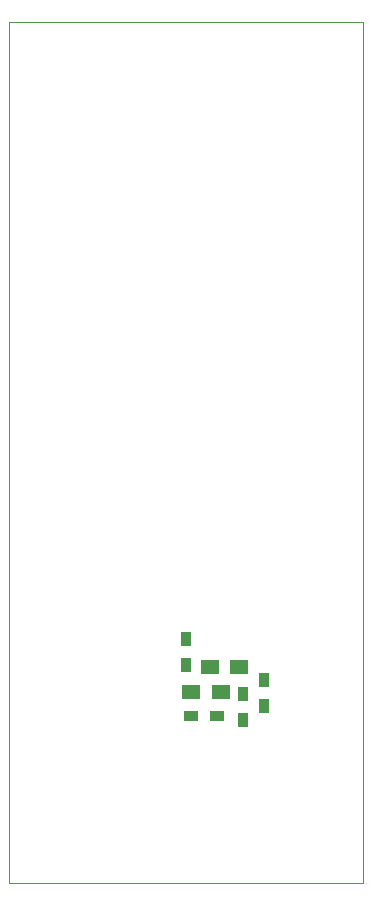
<source format=gbp>
G04 #@! TF.FileFunction,Paste,Bot*
%FSLAX46Y46*%
G04 Gerber Fmt 4.6, Leading zero omitted, Abs format (unit mm)*
G04 Created by KiCad (PCBNEW 4.0.2+e4-6225~38~ubuntu14.04.1-stable) date Mon Aug  1 15:26:05 2016*
%MOMM*%
G01*
G04 APERTURE LIST*
%ADD10C,0.350000*%
%ADD11C,0.100000*%
%ADD12R,1.500000X1.250000*%
%ADD13R,0.900000X1.200000*%
%ADD14R,1.200000X0.900000*%
G04 APERTURE END LIST*
D10*
D11*
X50520600Y-22275800D02*
X20574000Y-22275800D01*
X50520600Y-95123000D02*
X50520600Y-22275800D01*
X20574000Y-95123000D02*
X50520600Y-95123000D01*
X20574000Y-22273033D02*
X20574000Y-95123070D01*
D12*
X37520560Y-76840080D03*
X40020560Y-76840080D03*
D13*
X35532060Y-74470080D03*
X35532060Y-76670080D03*
X42164000Y-80178000D03*
X42164000Y-77978000D03*
D12*
X38455920Y-78994000D03*
X35955920Y-78994000D03*
D14*
X38178920Y-81026000D03*
X35978920Y-81026000D03*
D13*
X40380920Y-81300500D03*
X40380920Y-79100500D03*
M02*

</source>
